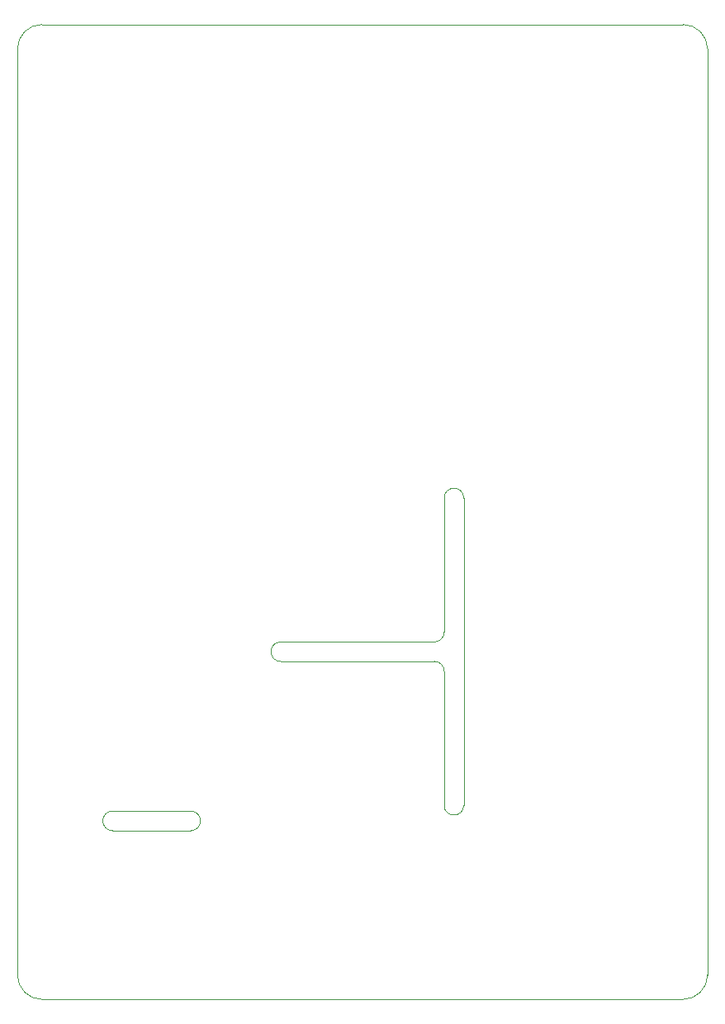
<source format=gm1>
G04 #@! TF.GenerationSoftware,KiCad,Pcbnew,(5.1.5)-3*
G04 #@! TF.CreationDate,2020-04-16T19:35:31+02:00*
G04 #@! TF.ProjectId,5vfrommains,35766672-6f6d-46d6-9169-6e732e6b6963,rev?*
G04 #@! TF.SameCoordinates,Original*
G04 #@! TF.FileFunction,Profile,NP*
%FSLAX46Y46*%
G04 Gerber Fmt 4.6, Leading zero omitted, Abs format (unit mm)*
G04 Created by KiCad (PCBNEW (5.1.5)-3) date 2020-04-16 19:35:31*
%MOMM*%
%LPD*%
G04 APERTURE LIST*
%ADD10C,0.050000*%
G04 APERTURE END LIST*
D10*
X217500000Y-93000000D02*
G75*
G02X219500000Y-93000000I1000000J0D01*
G01*
X219500000Y-110750000D02*
X219500000Y-93000000D01*
X219500000Y-110750000D02*
X219500000Y-124500000D01*
X219500000Y-124500000D02*
G75*
G02X217500000Y-124500000I-1000000J0D01*
G01*
X217500000Y-110750000D02*
X217500000Y-124500000D01*
X217500000Y-106750000D02*
X217500000Y-93000000D01*
X217500000Y-106750000D02*
G75*
G02X216500000Y-107750000I-1000000J0D01*
G01*
X216500000Y-109750000D02*
G75*
G02X217500000Y-110750000I0J-1000000D01*
G01*
X200750000Y-109750000D02*
X216500000Y-109750000D01*
X200750000Y-107750000D02*
X216500000Y-107750000D01*
X200750000Y-109750000D02*
G75*
G02X200750000Y-107750000I0J1000000D01*
G01*
X191500000Y-125100000D02*
G75*
G02X191500000Y-127100000I0J-1000000D01*
G01*
X183500000Y-127100000D02*
G75*
G02X183500000Y-125100000I0J1000000D01*
G01*
X191500000Y-127100000D02*
X183500000Y-127100000D01*
X183500000Y-125100000D02*
X191500000Y-125100000D01*
X242000000Y-44450000D02*
X176250000Y-44450000D01*
X173750000Y-46950000D02*
G75*
G02X176250000Y-44450000I2500000J0D01*
G01*
X173750000Y-141900000D02*
X173750000Y-46950000D01*
X176250000Y-144400000D02*
G75*
G02X173750000Y-141900000I0J2500000D01*
G01*
X244500000Y-141900000D02*
G75*
G02X242000000Y-144400000I-2500000J0D01*
G01*
X242000000Y-44450000D02*
G75*
G02X244500000Y-46950000I0J-2500000D01*
G01*
X242000000Y-144400000D02*
X176250000Y-144400000D01*
X244500000Y-46950000D02*
X244500000Y-141900000D01*
M02*

</source>
